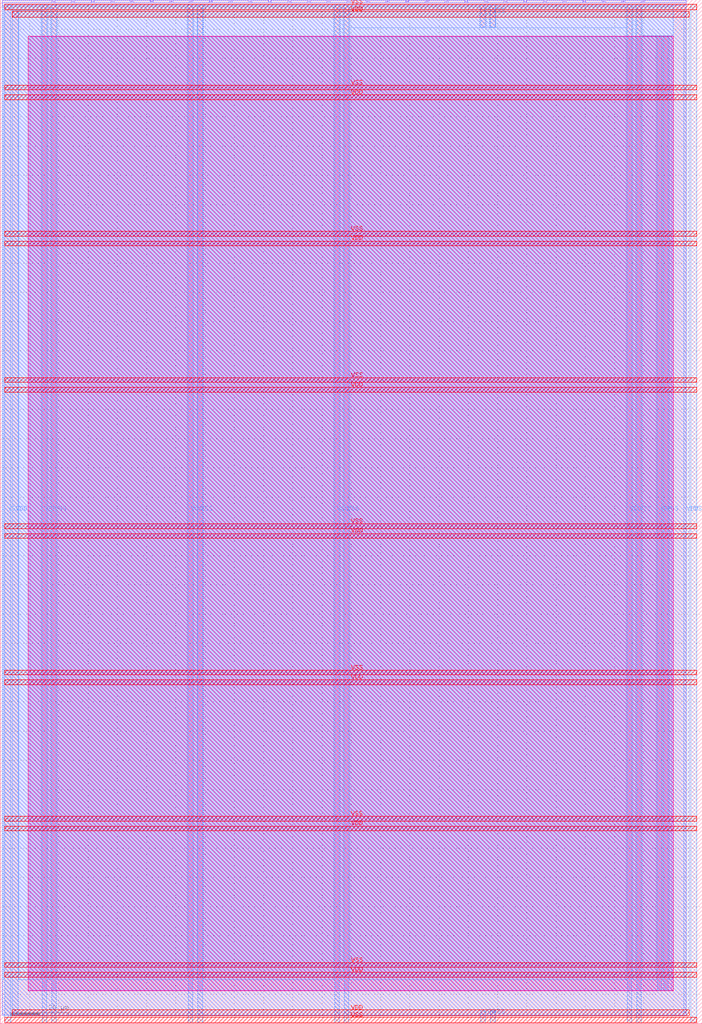
<source format=lef>
VERSION 5.7 ;
  NOWIREEXTENSIONATPIN ON ;
  DIVIDERCHAR "/" ;
  BUSBITCHARS "[]" ;
MACRO efuse_wb_mem_64x8
  CLASS BLOCK ;
  FOREIGN efuse_wb_mem_64x8 ;
  ORIGIN 0.000 0.000 ;
  SIZE 240.000 BY 350.000 ;
  PIN VDD
    DIRECTION INOUT ;
    USE POWER ;
    PORT
      LAYER Metal4 ;
        RECT 4.080 2.760 6.080 346.120 ;
    END
    PORT
      LAYER Metal5 ;
        RECT 4.080 2.760 235.600 4.760 ;
    END
    PORT
      LAYER Metal5 ;
        RECT 4.080 344.120 235.600 346.120 ;
    END
    PORT
      LAYER Metal4 ;
        RECT 233.600 2.760 235.600 346.120 ;
    END
    PORT
      LAYER Metal4 ;
        RECT 14.280 0.260 15.880 348.620 ;
    END
    PORT
      LAYER Metal4 ;
        RECT 64.280 0.260 65.880 348.620 ;
    END
    PORT
      LAYER Metal4 ;
        RECT 114.280 0.260 115.880 348.620 ;
    END
    PORT
      LAYER Metal4 ;
        RECT 164.280 0.260 165.880 4.440 ;
    END
    PORT
      LAYER Metal4 ;
        RECT 164.280 340.760 165.880 348.620 ;
    END
    PORT
      LAYER Metal4 ;
        RECT 214.280 0.260 215.880 348.620 ;
    END
    PORT
      LAYER Metal5 ;
        RECT 1.580 15.960 238.100 17.560 ;
    END
    PORT
      LAYER Metal5 ;
        RECT 1.580 65.960 238.100 67.560 ;
    END
    PORT
      LAYER Metal5 ;
        RECT 1.580 115.960 238.100 117.560 ;
    END
    PORT
      LAYER Metal5 ;
        RECT 1.580 165.960 238.100 167.560 ;
    END
    PORT
      LAYER Metal5 ;
        RECT 1.580 215.960 238.100 217.560 ;
    END
    PORT
      LAYER Metal5 ;
        RECT 1.580 265.960 238.100 267.560 ;
    END
    PORT
      LAYER Metal5 ;
        RECT 1.580 315.960 238.100 317.560 ;
    END
    PORT
      LAYER Metal4 ;
        RECT 224.600 11.460 226.200 337.420 ;
    END
  END VDD
  PIN VSS
    DIRECTION INOUT ;
    USE GROUND ;
    PORT
      LAYER Metal4 ;
        RECT 1.580 0.260 3.580 348.620 ;
    END
    PORT
      LAYER Metal5 ;
        RECT 1.580 0.260 238.100 2.260 ;
    END
    PORT
      LAYER Metal5 ;
        RECT 1.580 346.620 238.100 348.620 ;
    END
    PORT
      LAYER Metal4 ;
        RECT 236.100 0.260 238.100 348.620 ;
    END
    PORT
      LAYER Metal4 ;
        RECT 17.580 0.260 19.180 348.620 ;
    END
    PORT
      LAYER Metal4 ;
        RECT 67.580 0.260 69.180 348.620 ;
    END
    PORT
      LAYER Metal4 ;
        RECT 117.580 0.260 119.180 348.620 ;
    END
    PORT
      LAYER Metal4 ;
        RECT 167.580 0.260 169.180 4.440 ;
    END
    PORT
      LAYER Metal4 ;
        RECT 167.580 340.760 169.180 348.620 ;
    END
    PORT
      LAYER Metal4 ;
        RECT 217.580 0.260 219.180 348.620 ;
    END
    PORT
      LAYER Metal5 ;
        RECT 1.580 19.260 238.100 20.860 ;
    END
    PORT
      LAYER Metal5 ;
        RECT 1.580 69.260 238.100 70.860 ;
    END
    PORT
      LAYER Metal5 ;
        RECT 1.580 119.260 238.100 120.860 ;
    END
    PORT
      LAYER Metal5 ;
        RECT 1.580 169.260 238.100 170.860 ;
    END
    PORT
      LAYER Metal5 ;
        RECT 1.580 219.260 238.100 220.860 ;
    END
    PORT
      LAYER Metal5 ;
        RECT 1.580 269.260 238.100 270.860 ;
    END
    PORT
      LAYER Metal5 ;
        RECT 1.580 319.260 238.100 320.860 ;
    END
    PORT
      LAYER Metal4 ;
        RECT 226.840 11.460 228.440 337.420 ;
    END
  END VSS
  PIN wb_ack_o
    DIRECTION OUTPUT ;
    USE SIGNAL ;
    ANTENNADIFFAREA 1.182800 ;
    PORT
      LAYER Metal2 ;
        RECT 31.360 349.440 31.920 350.000 ;
    END
  END wb_ack_o
  PIN wb_adr_i[0]
    DIRECTION INPUT ;
    USE SIGNAL ;
    ANTENNAGATEAREA 1.102000 ;
    PORT
      LAYER Metal2 ;
        RECT 58.240 349.440 58.800 350.000 ;
    END
  END wb_adr_i[0]
  PIN wb_adr_i[1]
    DIRECTION INPUT ;
    USE SIGNAL ;
    ANTENNAGATEAREA 1.102000 ;
    PORT
      LAYER Metal2 ;
        RECT 64.960 349.440 65.520 350.000 ;
    END
  END wb_adr_i[1]
  PIN wb_adr_i[2]
    DIRECTION INPUT ;
    USE SIGNAL ;
    ANTENNAGATEAREA 1.102000 ;
    PORT
      LAYER Metal2 ;
        RECT 71.680 349.440 72.240 350.000 ;
    END
  END wb_adr_i[2]
  PIN wb_adr_i[3]
    DIRECTION INPUT ;
    USE SIGNAL ;
    ANTENNAGATEAREA 1.102000 ;
    PORT
      LAYER Metal2 ;
        RECT 78.400 349.440 78.960 350.000 ;
    END
  END wb_adr_i[3]
  PIN wb_adr_i[4]
    DIRECTION INPUT ;
    USE SIGNAL ;
    ANTENNAGATEAREA 1.102000 ;
    PORT
      LAYER Metal2 ;
        RECT 85.120 349.440 85.680 350.000 ;
    END
  END wb_adr_i[4]
  PIN wb_adr_i[5]
    DIRECTION INPUT ;
    USE SIGNAL ;
    ANTENNAGATEAREA 1.102000 ;
    PORT
      LAYER Metal2 ;
        RECT 91.840 349.440 92.400 350.000 ;
    END
  END wb_adr_i[5]
  PIN wb_adr_i[6]
    DIRECTION INPUT ;
    USE SIGNAL ;
    PORT
      LAYER Metal2 ;
        RECT 98.560 349.440 99.120 350.000 ;
    END
  END wb_adr_i[6]
  PIN wb_adr_i[7]
    DIRECTION INPUT ;
    USE SIGNAL ;
    PORT
      LAYER Metal2 ;
        RECT 105.280 349.440 105.840 350.000 ;
    END
  END wb_adr_i[7]
  PIN wb_clk_i
    DIRECTION INPUT ;
    USE SIGNAL ;
    ANTENNAGATEAREA 4.738000 ;
    PORT
      LAYER Metal2 ;
        RECT 44.800 349.440 45.360 350.000 ;
    END
  END wb_clk_i
  PIN wb_cyc_i
    DIRECTION INPUT ;
    USE SIGNAL ;
    ANTENNAGATEAREA 1.102000 ;
    PORT
      LAYER Metal2 ;
        RECT 24.640 349.440 25.200 350.000 ;
    END
  END wb_cyc_i
  PIN wb_dat_i[0]
    DIRECTION INPUT ;
    USE SIGNAL ;
    ANTENNAGATEAREA 1.102000 ;
    PORT
      LAYER Metal2 ;
        RECT 112.000 349.440 112.560 350.000 ;
    END
  END wb_dat_i[0]
  PIN wb_dat_i[1]
    DIRECTION INPUT ;
    USE SIGNAL ;
    ANTENNAGATEAREA 1.102000 ;
    PORT
      LAYER Metal2 ;
        RECT 118.720 349.440 119.280 350.000 ;
    END
  END wb_dat_i[1]
  PIN wb_dat_i[2]
    DIRECTION INPUT ;
    USE SIGNAL ;
    ANTENNAGATEAREA 1.102000 ;
    PORT
      LAYER Metal2 ;
        RECT 125.440 349.440 126.000 350.000 ;
    END
  END wb_dat_i[2]
  PIN wb_dat_i[3]
    DIRECTION INPUT ;
    USE SIGNAL ;
    ANTENNAGATEAREA 1.102000 ;
    PORT
      LAYER Metal2 ;
        RECT 132.160 349.440 132.720 350.000 ;
    END
  END wb_dat_i[3]
  PIN wb_dat_i[4]
    DIRECTION INPUT ;
    USE SIGNAL ;
    ANTENNAGATEAREA 1.102000 ;
    PORT
      LAYER Metal2 ;
        RECT 138.880 349.440 139.440 350.000 ;
    END
  END wb_dat_i[4]
  PIN wb_dat_i[5]
    DIRECTION INPUT ;
    USE SIGNAL ;
    ANTENNAGATEAREA 1.102000 ;
    PORT
      LAYER Metal2 ;
        RECT 145.600 349.440 146.160 350.000 ;
    END
  END wb_dat_i[5]
  PIN wb_dat_i[6]
    DIRECTION INPUT ;
    USE SIGNAL ;
    ANTENNAGATEAREA 1.102000 ;
    PORT
      LAYER Metal2 ;
        RECT 152.320 349.440 152.880 350.000 ;
    END
  END wb_dat_i[6]
  PIN wb_dat_i[7]
    DIRECTION INPUT ;
    USE SIGNAL ;
    ANTENNAGATEAREA 1.102000 ;
    PORT
      LAYER Metal2 ;
        RECT 159.040 349.440 159.600 350.000 ;
    END
  END wb_dat_i[7]
  PIN wb_dat_o[0]
    DIRECTION OUTPUT ;
    USE SIGNAL ;
    ANTENNADIFFAREA 1.182800 ;
    PORT
      LAYER Metal2 ;
        RECT 165.760 349.440 166.320 350.000 ;
    END
  END wb_dat_o[0]
  PIN wb_dat_o[1]
    DIRECTION OUTPUT ;
    USE SIGNAL ;
    ANTENNADIFFAREA 1.182800 ;
    PORT
      LAYER Metal2 ;
        RECT 172.480 349.440 173.040 350.000 ;
    END
  END wb_dat_o[1]
  PIN wb_dat_o[2]
    DIRECTION OUTPUT ;
    USE SIGNAL ;
    ANTENNADIFFAREA 1.182800 ;
    PORT
      LAYER Metal2 ;
        RECT 179.200 349.440 179.760 350.000 ;
    END
  END wb_dat_o[2]
  PIN wb_dat_o[3]
    DIRECTION OUTPUT ;
    USE SIGNAL ;
    ANTENNADIFFAREA 1.182800 ;
    PORT
      LAYER Metal2 ;
        RECT 185.920 349.440 186.480 350.000 ;
    END
  END wb_dat_o[3]
  PIN wb_dat_o[4]
    DIRECTION OUTPUT ;
    USE SIGNAL ;
    ANTENNADIFFAREA 1.182800 ;
    PORT
      LAYER Metal2 ;
        RECT 192.640 349.440 193.200 350.000 ;
    END
  END wb_dat_o[4]
  PIN wb_dat_o[5]
    DIRECTION OUTPUT ;
    USE SIGNAL ;
    ANTENNADIFFAREA 1.182800 ;
    PORT
      LAYER Metal2 ;
        RECT 199.360 349.440 199.920 350.000 ;
    END
  END wb_dat_o[5]
  PIN wb_dat_o[6]
    DIRECTION OUTPUT ;
    USE SIGNAL ;
    ANTENNADIFFAREA 1.182800 ;
    PORT
      LAYER Metal2 ;
        RECT 206.080 349.440 206.640 350.000 ;
    END
  END wb_dat_o[6]
  PIN wb_dat_o[7]
    DIRECTION OUTPUT ;
    USE SIGNAL ;
    ANTENNADIFFAREA 1.182800 ;
    PORT
      LAYER Metal2 ;
        RECT 212.800 349.440 213.360 350.000 ;
    END
  END wb_dat_o[7]
  PIN wb_rst_i
    DIRECTION INPUT ;
    USE SIGNAL ;
    ANTENNAGATEAREA 1.102000 ;
    PORT
      LAYER Metal2 ;
        RECT 38.080 349.440 38.640 350.000 ;
    END
  END wb_rst_i
  PIN wb_stb_i
    DIRECTION INPUT ;
    USE SIGNAL ;
    ANTENNAGATEAREA 1.102000 ;
    PORT
      LAYER Metal2 ;
        RECT 17.920 349.440 18.480 350.000 ;
    END
  END wb_stb_i
  PIN wb_we_i
    DIRECTION INPUT ;
    USE SIGNAL ;
    ANTENNAGATEAREA 1.102000 ;
    PORT
      LAYER Metal2 ;
        RECT 51.520 349.440 52.080 350.000 ;
    END
  END wb_we_i
  PIN write_disable_i
    DIRECTION INPUT ;
    USE SIGNAL ;
    ANTENNAGATEAREA 17.632000 ;
    PORT
      LAYER Metal2 ;
        RECT 219.520 349.440 220.080 350.000 ;
    END
  END write_disable_i
  OBS
      LAYER Nwell ;
        RECT 9.650 11.330 230.030 337.550 ;
      LAYER Metal1 ;
        RECT 10.080 11.460 229.600 337.420 ;
      LAYER Metal2 ;
        RECT 0.700 349.140 17.620 349.860 ;
        RECT 18.780 349.140 24.340 349.860 ;
        RECT 25.500 349.140 31.060 349.860 ;
        RECT 32.220 349.140 37.780 349.860 ;
        RECT 38.940 349.140 44.500 349.860 ;
        RECT 45.660 349.140 51.220 349.860 ;
        RECT 52.380 349.140 57.940 349.860 ;
        RECT 59.100 349.140 64.660 349.860 ;
        RECT 65.820 349.140 71.380 349.860 ;
        RECT 72.540 349.140 78.100 349.860 ;
        RECT 79.260 349.140 84.820 349.860 ;
        RECT 85.980 349.140 91.540 349.860 ;
        RECT 92.700 349.140 98.260 349.860 ;
        RECT 99.420 349.140 104.980 349.860 ;
        RECT 106.140 349.140 111.700 349.860 ;
        RECT 112.860 349.140 118.420 349.860 ;
        RECT 119.580 349.140 125.140 349.860 ;
        RECT 126.300 349.140 131.860 349.860 ;
        RECT 133.020 349.140 138.580 349.860 ;
        RECT 139.740 349.140 145.300 349.860 ;
        RECT 146.460 349.140 152.020 349.860 ;
        RECT 153.180 349.140 158.740 349.860 ;
        RECT 159.900 349.140 165.460 349.860 ;
        RECT 166.620 349.140 172.180 349.860 ;
        RECT 173.340 349.140 178.900 349.860 ;
        RECT 180.060 349.140 185.620 349.860 ;
        RECT 186.780 349.140 192.340 349.860 ;
        RECT 193.500 349.140 199.060 349.860 ;
        RECT 200.220 349.140 205.780 349.860 ;
        RECT 206.940 349.140 212.500 349.860 ;
        RECT 213.660 349.140 219.220 349.860 ;
        RECT 220.380 349.140 234.500 349.860 ;
        RECT 0.700 2.890 234.500 349.140 ;
      LAYER Metal3 ;
        RECT 0.650 2.940 234.550 348.180 ;
      LAYER Metal4 ;
        RECT 0.700 15.000 1.280 347.670 ;
        RECT 3.880 346.420 13.980 347.670 ;
        RECT 6.380 15.000 13.980 346.420 ;
        RECT 16.180 15.000 17.280 347.670 ;
        RECT 19.480 15.000 63.980 347.670 ;
        RECT 66.180 15.000 67.280 347.670 ;
        RECT 69.480 15.000 113.980 347.670 ;
        RECT 116.180 15.000 117.280 347.670 ;
        RECT 119.480 340.460 163.980 347.670 ;
        RECT 166.180 340.460 167.280 347.670 ;
        RECT 169.480 340.460 213.980 347.670 ;
        RECT 119.480 15.000 213.980 340.460 ;
        RECT 216.180 15.000 217.280 347.670 ;
        RECT 219.480 337.720 230.020 347.670 ;
        RECT 219.480 15.000 224.300 337.720 ;
        RECT 226.500 15.000 226.540 337.720 ;
        RECT 228.740 15.000 230.020 337.720 ;
  END
END efuse_wb_mem_64x8
END LIBRARY


</source>
